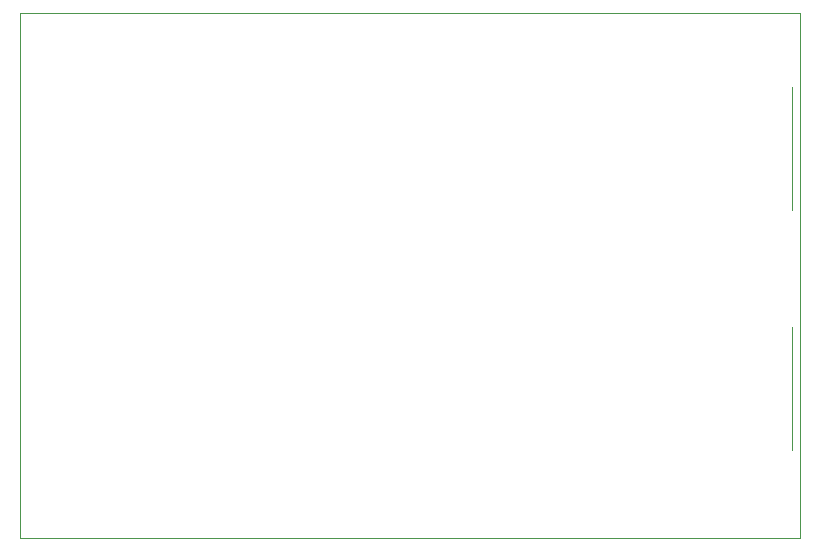
<source format=gm1>
G04 #@! TF.GenerationSoftware,KiCad,Pcbnew,(6.0.11)*
G04 #@! TF.CreationDate,2023-08-25T14:28:21+09:00*
G04 #@! TF.ProjectId,OUTPUT_MOD,4f555450-5554-45f4-9d4f-442e6b696361,1.0*
G04 #@! TF.SameCoordinates,Original*
G04 #@! TF.FileFunction,Profile,NP*
%FSLAX46Y46*%
G04 Gerber Fmt 4.6, Leading zero omitted, Abs format (unit mm)*
G04 Created by KiCad (PCBNEW (6.0.11)) date 2023-08-25 14:28:21*
%MOMM*%
%LPD*%
G01*
G04 APERTURE LIST*
G04 #@! TA.AperFunction,Profile*
%ADD10C,0.100000*%
G04 #@! TD*
G04 APERTURE END LIST*
D10*
X112387992Y-78342000D02*
X178427992Y-78342000D01*
X178427992Y-78342000D02*
X178427992Y-122792000D01*
X178427992Y-122792000D02*
X112387992Y-122792000D01*
X112387992Y-122792000D02*
X112387992Y-78342000D01*
X177712992Y-115332000D02*
X177712992Y-104932000D01*
X177712992Y-95012000D02*
X177712992Y-84612000D01*
M02*

</source>
